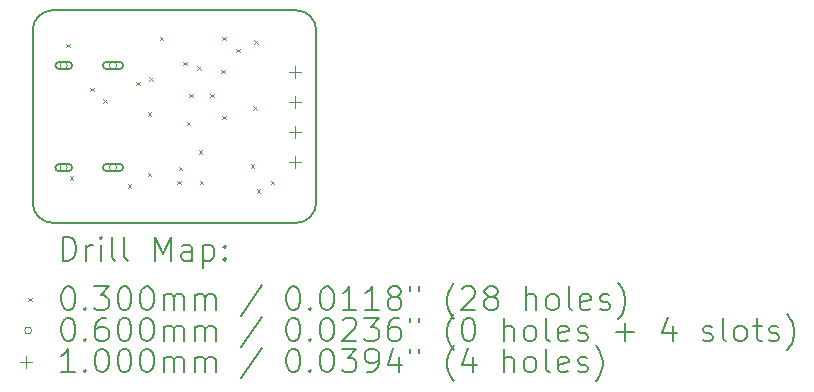
<source format=gbr>
%TF.GenerationSoftware,KiCad,Pcbnew,7.0.8-7.0.8~ubuntu22.04.1*%
%TF.CreationDate,2023-10-30T09:28:17+01:00*%
%TF.ProjectId,usb2serial-autovtg,75736232-7365-4726-9961-6c2d6175746f,rev?*%
%TF.SameCoordinates,Original*%
%TF.FileFunction,Drillmap*%
%TF.FilePolarity,Positive*%
%FSLAX45Y45*%
G04 Gerber Fmt 4.5, Leading zero omitted, Abs format (unit mm)*
G04 Created by KiCad (PCBNEW 7.0.8-7.0.8~ubuntu22.04.1) date 2023-10-30 09:28:17*
%MOMM*%
%LPD*%
G01*
G04 APERTURE LIST*
%ADD10C,0.150000*%
%ADD11C,0.200000*%
%ADD12C,0.030000*%
%ADD13C,0.060000*%
%ADD14C,0.100000*%
G04 APERTURE END LIST*
D10*
X15630000Y-8600000D02*
X13570000Y-8600000D01*
X13570000Y-6800000D02*
X15630000Y-6800000D01*
X15630000Y-8600000D02*
G75*
G03*
X15800000Y-8430000I0J170000D01*
G01*
X13400000Y-8430000D02*
X13400000Y-6970000D01*
X13570000Y-6800000D02*
G75*
G03*
X13400000Y-6970000I0J-170000D01*
G01*
X15800000Y-6970000D02*
G75*
G03*
X15630000Y-6800000I-170000J0D01*
G01*
X13400000Y-8430000D02*
G75*
G03*
X13570000Y-8600000I170000J0D01*
G01*
X15800000Y-6970000D02*
X15800000Y-8430000D01*
D11*
D12*
X13685000Y-7085000D02*
X13715000Y-7115000D01*
X13715000Y-7085000D02*
X13685000Y-7115000D01*
X13715000Y-8205000D02*
X13745000Y-8235000D01*
X13745000Y-8205000D02*
X13715000Y-8235000D01*
X13885000Y-7455000D02*
X13915000Y-7485000D01*
X13915000Y-7455000D02*
X13885000Y-7485000D01*
X13995000Y-7555000D02*
X14025000Y-7585000D01*
X14025000Y-7555000D02*
X13995000Y-7585000D01*
X14205000Y-8275000D02*
X14235000Y-8305000D01*
X14235000Y-8275000D02*
X14205000Y-8305000D01*
X14275000Y-7405000D02*
X14305000Y-7435000D01*
X14305000Y-7405000D02*
X14275000Y-7435000D01*
X14375000Y-7665000D02*
X14405000Y-7695000D01*
X14405000Y-7665000D02*
X14375000Y-7695000D01*
X14375000Y-8175000D02*
X14405000Y-8205000D01*
X14405000Y-8175000D02*
X14375000Y-8205000D01*
X14385000Y-7365000D02*
X14415000Y-7395000D01*
X14415000Y-7365000D02*
X14385000Y-7395000D01*
X14475000Y-7025000D02*
X14505000Y-7055000D01*
X14505000Y-7025000D02*
X14475000Y-7055000D01*
X14625000Y-8245000D02*
X14655000Y-8275000D01*
X14655000Y-8245000D02*
X14625000Y-8275000D01*
X14635000Y-8124850D02*
X14665000Y-8154850D01*
X14665000Y-8124850D02*
X14635000Y-8154850D01*
X14675000Y-7235000D02*
X14705000Y-7265000D01*
X14705000Y-7235000D02*
X14675000Y-7265000D01*
X14705000Y-7745000D02*
X14735000Y-7775000D01*
X14735000Y-7745000D02*
X14705000Y-7775000D01*
X14725000Y-7505000D02*
X14755000Y-7535000D01*
X14755000Y-7505000D02*
X14725000Y-7535000D01*
X14795000Y-7275000D02*
X14825000Y-7305000D01*
X14825000Y-7275000D02*
X14795000Y-7305000D01*
X14805000Y-7985000D02*
X14835000Y-8015000D01*
X14835000Y-7985000D02*
X14805000Y-8015000D01*
X14815000Y-8245000D02*
X14845000Y-8275000D01*
X14845000Y-8245000D02*
X14815000Y-8275000D01*
X14905000Y-7505000D02*
X14935000Y-7535000D01*
X14935000Y-7505000D02*
X14905000Y-7535000D01*
X14995000Y-7305000D02*
X15025000Y-7335000D01*
X15025000Y-7305000D02*
X14995000Y-7335000D01*
X15005000Y-7025000D02*
X15035000Y-7055000D01*
X15035000Y-7025000D02*
X15005000Y-7055000D01*
X15005000Y-7695000D02*
X15035000Y-7725000D01*
X15035000Y-7695000D02*
X15005000Y-7725000D01*
X15125000Y-7125000D02*
X15155000Y-7155000D01*
X15155000Y-7125000D02*
X15125000Y-7155000D01*
X15245000Y-8105000D02*
X15275000Y-8135000D01*
X15275000Y-8105000D02*
X15245000Y-8135000D01*
X15265000Y-7615000D02*
X15295000Y-7645000D01*
X15295000Y-7615000D02*
X15265000Y-7645000D01*
X15275000Y-7055000D02*
X15305000Y-7085000D01*
X15305000Y-7055000D02*
X15275000Y-7085000D01*
X15295000Y-8315000D02*
X15325000Y-8345000D01*
X15325000Y-8315000D02*
X15295000Y-8345000D01*
X15415000Y-8245000D02*
X15445000Y-8275000D01*
X15445000Y-8245000D02*
X15415000Y-8275000D01*
D13*
X13692500Y-7268000D02*
G75*
G03*
X13692500Y-7268000I-30000J0D01*
G01*
D11*
X13702500Y-7238000D02*
X13622500Y-7238000D01*
X13622500Y-7238000D02*
G75*
G03*
X13622500Y-7298000I0J-30000D01*
G01*
X13622500Y-7298000D02*
X13702500Y-7298000D01*
X13702500Y-7298000D02*
G75*
G03*
X13702500Y-7238000I0J30000D01*
G01*
D13*
X13692500Y-8132000D02*
G75*
G03*
X13692500Y-8132000I-30000J0D01*
G01*
D11*
X13702500Y-8102000D02*
X13622500Y-8102000D01*
X13622500Y-8102000D02*
G75*
G03*
X13622500Y-8162000I0J-30000D01*
G01*
X13622500Y-8162000D02*
X13702500Y-8162000D01*
X13702500Y-8162000D02*
G75*
G03*
X13702500Y-8102000I0J30000D01*
G01*
D13*
X14110500Y-7268000D02*
G75*
G03*
X14110500Y-7268000I-30000J0D01*
G01*
D11*
X14135500Y-7238000D02*
X14025500Y-7238000D01*
X14025500Y-7238000D02*
G75*
G03*
X14025500Y-7298000I0J-30000D01*
G01*
X14025500Y-7298000D02*
X14135500Y-7298000D01*
X14135500Y-7298000D02*
G75*
G03*
X14135500Y-7238000I0J30000D01*
G01*
D13*
X14110500Y-8132000D02*
G75*
G03*
X14110500Y-8132000I-30000J0D01*
G01*
D11*
X14135500Y-8102000D02*
X14025500Y-8102000D01*
X14025500Y-8102000D02*
G75*
G03*
X14025500Y-8162000I0J-30000D01*
G01*
X14025500Y-8162000D02*
X14135500Y-8162000D01*
X14135500Y-8162000D02*
G75*
G03*
X14135500Y-8102000I0J30000D01*
G01*
D14*
X15620000Y-7270000D02*
X15620000Y-7370000D01*
X15570000Y-7320000D02*
X15670000Y-7320000D01*
X15620000Y-7524000D02*
X15620000Y-7624000D01*
X15570000Y-7574000D02*
X15670000Y-7574000D01*
X15620000Y-7778000D02*
X15620000Y-7878000D01*
X15570000Y-7828000D02*
X15670000Y-7828000D01*
X15620000Y-8032000D02*
X15620000Y-8132000D01*
X15570000Y-8082000D02*
X15670000Y-8082000D01*
D11*
X13653277Y-8918984D02*
X13653277Y-8718984D01*
X13653277Y-8718984D02*
X13700896Y-8718984D01*
X13700896Y-8718984D02*
X13729467Y-8728508D01*
X13729467Y-8728508D02*
X13748515Y-8747555D01*
X13748515Y-8747555D02*
X13758039Y-8766603D01*
X13758039Y-8766603D02*
X13767562Y-8804698D01*
X13767562Y-8804698D02*
X13767562Y-8833270D01*
X13767562Y-8833270D02*
X13758039Y-8871365D01*
X13758039Y-8871365D02*
X13748515Y-8890412D01*
X13748515Y-8890412D02*
X13729467Y-8909460D01*
X13729467Y-8909460D02*
X13700896Y-8918984D01*
X13700896Y-8918984D02*
X13653277Y-8918984D01*
X13853277Y-8918984D02*
X13853277Y-8785650D01*
X13853277Y-8823746D02*
X13862801Y-8804698D01*
X13862801Y-8804698D02*
X13872324Y-8795174D01*
X13872324Y-8795174D02*
X13891372Y-8785650D01*
X13891372Y-8785650D02*
X13910420Y-8785650D01*
X13977086Y-8918984D02*
X13977086Y-8785650D01*
X13977086Y-8718984D02*
X13967562Y-8728508D01*
X13967562Y-8728508D02*
X13977086Y-8738031D01*
X13977086Y-8738031D02*
X13986610Y-8728508D01*
X13986610Y-8728508D02*
X13977086Y-8718984D01*
X13977086Y-8718984D02*
X13977086Y-8738031D01*
X14100896Y-8918984D02*
X14081848Y-8909460D01*
X14081848Y-8909460D02*
X14072324Y-8890412D01*
X14072324Y-8890412D02*
X14072324Y-8718984D01*
X14205658Y-8918984D02*
X14186610Y-8909460D01*
X14186610Y-8909460D02*
X14177086Y-8890412D01*
X14177086Y-8890412D02*
X14177086Y-8718984D01*
X14434229Y-8918984D02*
X14434229Y-8718984D01*
X14434229Y-8718984D02*
X14500896Y-8861841D01*
X14500896Y-8861841D02*
X14567562Y-8718984D01*
X14567562Y-8718984D02*
X14567562Y-8918984D01*
X14748515Y-8918984D02*
X14748515Y-8814222D01*
X14748515Y-8814222D02*
X14738991Y-8795174D01*
X14738991Y-8795174D02*
X14719943Y-8785650D01*
X14719943Y-8785650D02*
X14681848Y-8785650D01*
X14681848Y-8785650D02*
X14662801Y-8795174D01*
X14748515Y-8909460D02*
X14729467Y-8918984D01*
X14729467Y-8918984D02*
X14681848Y-8918984D01*
X14681848Y-8918984D02*
X14662801Y-8909460D01*
X14662801Y-8909460D02*
X14653277Y-8890412D01*
X14653277Y-8890412D02*
X14653277Y-8871365D01*
X14653277Y-8871365D02*
X14662801Y-8852317D01*
X14662801Y-8852317D02*
X14681848Y-8842793D01*
X14681848Y-8842793D02*
X14729467Y-8842793D01*
X14729467Y-8842793D02*
X14748515Y-8833270D01*
X14843753Y-8785650D02*
X14843753Y-8985650D01*
X14843753Y-8795174D02*
X14862801Y-8785650D01*
X14862801Y-8785650D02*
X14900896Y-8785650D01*
X14900896Y-8785650D02*
X14919943Y-8795174D01*
X14919943Y-8795174D02*
X14929467Y-8804698D01*
X14929467Y-8804698D02*
X14938991Y-8823746D01*
X14938991Y-8823746D02*
X14938991Y-8880889D01*
X14938991Y-8880889D02*
X14929467Y-8899936D01*
X14929467Y-8899936D02*
X14919943Y-8909460D01*
X14919943Y-8909460D02*
X14900896Y-8918984D01*
X14900896Y-8918984D02*
X14862801Y-8918984D01*
X14862801Y-8918984D02*
X14843753Y-8909460D01*
X15024705Y-8899936D02*
X15034229Y-8909460D01*
X15034229Y-8909460D02*
X15024705Y-8918984D01*
X15024705Y-8918984D02*
X15015182Y-8909460D01*
X15015182Y-8909460D02*
X15024705Y-8899936D01*
X15024705Y-8899936D02*
X15024705Y-8918984D01*
X15024705Y-8795174D02*
X15034229Y-8804698D01*
X15034229Y-8804698D02*
X15024705Y-8814222D01*
X15024705Y-8814222D02*
X15015182Y-8804698D01*
X15015182Y-8804698D02*
X15024705Y-8795174D01*
X15024705Y-8795174D02*
X15024705Y-8814222D01*
D12*
X13362500Y-9232500D02*
X13392500Y-9262500D01*
X13392500Y-9232500D02*
X13362500Y-9262500D01*
D11*
X13691372Y-9138984D02*
X13710420Y-9138984D01*
X13710420Y-9138984D02*
X13729467Y-9148508D01*
X13729467Y-9148508D02*
X13738991Y-9158031D01*
X13738991Y-9158031D02*
X13748515Y-9177079D01*
X13748515Y-9177079D02*
X13758039Y-9215174D01*
X13758039Y-9215174D02*
X13758039Y-9262793D01*
X13758039Y-9262793D02*
X13748515Y-9300889D01*
X13748515Y-9300889D02*
X13738991Y-9319936D01*
X13738991Y-9319936D02*
X13729467Y-9329460D01*
X13729467Y-9329460D02*
X13710420Y-9338984D01*
X13710420Y-9338984D02*
X13691372Y-9338984D01*
X13691372Y-9338984D02*
X13672324Y-9329460D01*
X13672324Y-9329460D02*
X13662801Y-9319936D01*
X13662801Y-9319936D02*
X13653277Y-9300889D01*
X13653277Y-9300889D02*
X13643753Y-9262793D01*
X13643753Y-9262793D02*
X13643753Y-9215174D01*
X13643753Y-9215174D02*
X13653277Y-9177079D01*
X13653277Y-9177079D02*
X13662801Y-9158031D01*
X13662801Y-9158031D02*
X13672324Y-9148508D01*
X13672324Y-9148508D02*
X13691372Y-9138984D01*
X13843753Y-9319936D02*
X13853277Y-9329460D01*
X13853277Y-9329460D02*
X13843753Y-9338984D01*
X13843753Y-9338984D02*
X13834229Y-9329460D01*
X13834229Y-9329460D02*
X13843753Y-9319936D01*
X13843753Y-9319936D02*
X13843753Y-9338984D01*
X13919943Y-9138984D02*
X14043753Y-9138984D01*
X14043753Y-9138984D02*
X13977086Y-9215174D01*
X13977086Y-9215174D02*
X14005658Y-9215174D01*
X14005658Y-9215174D02*
X14024705Y-9224698D01*
X14024705Y-9224698D02*
X14034229Y-9234222D01*
X14034229Y-9234222D02*
X14043753Y-9253270D01*
X14043753Y-9253270D02*
X14043753Y-9300889D01*
X14043753Y-9300889D02*
X14034229Y-9319936D01*
X14034229Y-9319936D02*
X14024705Y-9329460D01*
X14024705Y-9329460D02*
X14005658Y-9338984D01*
X14005658Y-9338984D02*
X13948515Y-9338984D01*
X13948515Y-9338984D02*
X13929467Y-9329460D01*
X13929467Y-9329460D02*
X13919943Y-9319936D01*
X14167562Y-9138984D02*
X14186610Y-9138984D01*
X14186610Y-9138984D02*
X14205658Y-9148508D01*
X14205658Y-9148508D02*
X14215182Y-9158031D01*
X14215182Y-9158031D02*
X14224705Y-9177079D01*
X14224705Y-9177079D02*
X14234229Y-9215174D01*
X14234229Y-9215174D02*
X14234229Y-9262793D01*
X14234229Y-9262793D02*
X14224705Y-9300889D01*
X14224705Y-9300889D02*
X14215182Y-9319936D01*
X14215182Y-9319936D02*
X14205658Y-9329460D01*
X14205658Y-9329460D02*
X14186610Y-9338984D01*
X14186610Y-9338984D02*
X14167562Y-9338984D01*
X14167562Y-9338984D02*
X14148515Y-9329460D01*
X14148515Y-9329460D02*
X14138991Y-9319936D01*
X14138991Y-9319936D02*
X14129467Y-9300889D01*
X14129467Y-9300889D02*
X14119943Y-9262793D01*
X14119943Y-9262793D02*
X14119943Y-9215174D01*
X14119943Y-9215174D02*
X14129467Y-9177079D01*
X14129467Y-9177079D02*
X14138991Y-9158031D01*
X14138991Y-9158031D02*
X14148515Y-9148508D01*
X14148515Y-9148508D02*
X14167562Y-9138984D01*
X14358039Y-9138984D02*
X14377086Y-9138984D01*
X14377086Y-9138984D02*
X14396134Y-9148508D01*
X14396134Y-9148508D02*
X14405658Y-9158031D01*
X14405658Y-9158031D02*
X14415182Y-9177079D01*
X14415182Y-9177079D02*
X14424705Y-9215174D01*
X14424705Y-9215174D02*
X14424705Y-9262793D01*
X14424705Y-9262793D02*
X14415182Y-9300889D01*
X14415182Y-9300889D02*
X14405658Y-9319936D01*
X14405658Y-9319936D02*
X14396134Y-9329460D01*
X14396134Y-9329460D02*
X14377086Y-9338984D01*
X14377086Y-9338984D02*
X14358039Y-9338984D01*
X14358039Y-9338984D02*
X14338991Y-9329460D01*
X14338991Y-9329460D02*
X14329467Y-9319936D01*
X14329467Y-9319936D02*
X14319943Y-9300889D01*
X14319943Y-9300889D02*
X14310420Y-9262793D01*
X14310420Y-9262793D02*
X14310420Y-9215174D01*
X14310420Y-9215174D02*
X14319943Y-9177079D01*
X14319943Y-9177079D02*
X14329467Y-9158031D01*
X14329467Y-9158031D02*
X14338991Y-9148508D01*
X14338991Y-9148508D02*
X14358039Y-9138984D01*
X14510420Y-9338984D02*
X14510420Y-9205650D01*
X14510420Y-9224698D02*
X14519943Y-9215174D01*
X14519943Y-9215174D02*
X14538991Y-9205650D01*
X14538991Y-9205650D02*
X14567563Y-9205650D01*
X14567563Y-9205650D02*
X14586610Y-9215174D01*
X14586610Y-9215174D02*
X14596134Y-9234222D01*
X14596134Y-9234222D02*
X14596134Y-9338984D01*
X14596134Y-9234222D02*
X14605658Y-9215174D01*
X14605658Y-9215174D02*
X14624705Y-9205650D01*
X14624705Y-9205650D02*
X14653277Y-9205650D01*
X14653277Y-9205650D02*
X14672324Y-9215174D01*
X14672324Y-9215174D02*
X14681848Y-9234222D01*
X14681848Y-9234222D02*
X14681848Y-9338984D01*
X14777086Y-9338984D02*
X14777086Y-9205650D01*
X14777086Y-9224698D02*
X14786610Y-9215174D01*
X14786610Y-9215174D02*
X14805658Y-9205650D01*
X14805658Y-9205650D02*
X14834229Y-9205650D01*
X14834229Y-9205650D02*
X14853277Y-9215174D01*
X14853277Y-9215174D02*
X14862801Y-9234222D01*
X14862801Y-9234222D02*
X14862801Y-9338984D01*
X14862801Y-9234222D02*
X14872324Y-9215174D01*
X14872324Y-9215174D02*
X14891372Y-9205650D01*
X14891372Y-9205650D02*
X14919943Y-9205650D01*
X14919943Y-9205650D02*
X14938991Y-9215174D01*
X14938991Y-9215174D02*
X14948515Y-9234222D01*
X14948515Y-9234222D02*
X14948515Y-9338984D01*
X15338991Y-9129460D02*
X15167563Y-9386603D01*
X15596134Y-9138984D02*
X15615182Y-9138984D01*
X15615182Y-9138984D02*
X15634229Y-9148508D01*
X15634229Y-9148508D02*
X15643753Y-9158031D01*
X15643753Y-9158031D02*
X15653277Y-9177079D01*
X15653277Y-9177079D02*
X15662801Y-9215174D01*
X15662801Y-9215174D02*
X15662801Y-9262793D01*
X15662801Y-9262793D02*
X15653277Y-9300889D01*
X15653277Y-9300889D02*
X15643753Y-9319936D01*
X15643753Y-9319936D02*
X15634229Y-9329460D01*
X15634229Y-9329460D02*
X15615182Y-9338984D01*
X15615182Y-9338984D02*
X15596134Y-9338984D01*
X15596134Y-9338984D02*
X15577086Y-9329460D01*
X15577086Y-9329460D02*
X15567563Y-9319936D01*
X15567563Y-9319936D02*
X15558039Y-9300889D01*
X15558039Y-9300889D02*
X15548515Y-9262793D01*
X15548515Y-9262793D02*
X15548515Y-9215174D01*
X15548515Y-9215174D02*
X15558039Y-9177079D01*
X15558039Y-9177079D02*
X15567563Y-9158031D01*
X15567563Y-9158031D02*
X15577086Y-9148508D01*
X15577086Y-9148508D02*
X15596134Y-9138984D01*
X15748515Y-9319936D02*
X15758039Y-9329460D01*
X15758039Y-9329460D02*
X15748515Y-9338984D01*
X15748515Y-9338984D02*
X15738991Y-9329460D01*
X15738991Y-9329460D02*
X15748515Y-9319936D01*
X15748515Y-9319936D02*
X15748515Y-9338984D01*
X15881848Y-9138984D02*
X15900896Y-9138984D01*
X15900896Y-9138984D02*
X15919944Y-9148508D01*
X15919944Y-9148508D02*
X15929467Y-9158031D01*
X15929467Y-9158031D02*
X15938991Y-9177079D01*
X15938991Y-9177079D02*
X15948515Y-9215174D01*
X15948515Y-9215174D02*
X15948515Y-9262793D01*
X15948515Y-9262793D02*
X15938991Y-9300889D01*
X15938991Y-9300889D02*
X15929467Y-9319936D01*
X15929467Y-9319936D02*
X15919944Y-9329460D01*
X15919944Y-9329460D02*
X15900896Y-9338984D01*
X15900896Y-9338984D02*
X15881848Y-9338984D01*
X15881848Y-9338984D02*
X15862801Y-9329460D01*
X15862801Y-9329460D02*
X15853277Y-9319936D01*
X15853277Y-9319936D02*
X15843753Y-9300889D01*
X15843753Y-9300889D02*
X15834229Y-9262793D01*
X15834229Y-9262793D02*
X15834229Y-9215174D01*
X15834229Y-9215174D02*
X15843753Y-9177079D01*
X15843753Y-9177079D02*
X15853277Y-9158031D01*
X15853277Y-9158031D02*
X15862801Y-9148508D01*
X15862801Y-9148508D02*
X15881848Y-9138984D01*
X16138991Y-9338984D02*
X16024706Y-9338984D01*
X16081848Y-9338984D02*
X16081848Y-9138984D01*
X16081848Y-9138984D02*
X16062801Y-9167555D01*
X16062801Y-9167555D02*
X16043753Y-9186603D01*
X16043753Y-9186603D02*
X16024706Y-9196127D01*
X16329467Y-9338984D02*
X16215182Y-9338984D01*
X16272325Y-9338984D02*
X16272325Y-9138984D01*
X16272325Y-9138984D02*
X16253277Y-9167555D01*
X16253277Y-9167555D02*
X16234229Y-9186603D01*
X16234229Y-9186603D02*
X16215182Y-9196127D01*
X16443753Y-9224698D02*
X16424706Y-9215174D01*
X16424706Y-9215174D02*
X16415182Y-9205650D01*
X16415182Y-9205650D02*
X16405658Y-9186603D01*
X16405658Y-9186603D02*
X16405658Y-9177079D01*
X16405658Y-9177079D02*
X16415182Y-9158031D01*
X16415182Y-9158031D02*
X16424706Y-9148508D01*
X16424706Y-9148508D02*
X16443753Y-9138984D01*
X16443753Y-9138984D02*
X16481848Y-9138984D01*
X16481848Y-9138984D02*
X16500896Y-9148508D01*
X16500896Y-9148508D02*
X16510420Y-9158031D01*
X16510420Y-9158031D02*
X16519944Y-9177079D01*
X16519944Y-9177079D02*
X16519944Y-9186603D01*
X16519944Y-9186603D02*
X16510420Y-9205650D01*
X16510420Y-9205650D02*
X16500896Y-9215174D01*
X16500896Y-9215174D02*
X16481848Y-9224698D01*
X16481848Y-9224698D02*
X16443753Y-9224698D01*
X16443753Y-9224698D02*
X16424706Y-9234222D01*
X16424706Y-9234222D02*
X16415182Y-9243746D01*
X16415182Y-9243746D02*
X16405658Y-9262793D01*
X16405658Y-9262793D02*
X16405658Y-9300889D01*
X16405658Y-9300889D02*
X16415182Y-9319936D01*
X16415182Y-9319936D02*
X16424706Y-9329460D01*
X16424706Y-9329460D02*
X16443753Y-9338984D01*
X16443753Y-9338984D02*
X16481848Y-9338984D01*
X16481848Y-9338984D02*
X16500896Y-9329460D01*
X16500896Y-9329460D02*
X16510420Y-9319936D01*
X16510420Y-9319936D02*
X16519944Y-9300889D01*
X16519944Y-9300889D02*
X16519944Y-9262793D01*
X16519944Y-9262793D02*
X16510420Y-9243746D01*
X16510420Y-9243746D02*
X16500896Y-9234222D01*
X16500896Y-9234222D02*
X16481848Y-9224698D01*
X16596134Y-9138984D02*
X16596134Y-9177079D01*
X16672325Y-9138984D02*
X16672325Y-9177079D01*
X16967563Y-9415174D02*
X16958039Y-9405650D01*
X16958039Y-9405650D02*
X16938991Y-9377079D01*
X16938991Y-9377079D02*
X16929468Y-9358031D01*
X16929468Y-9358031D02*
X16919944Y-9329460D01*
X16919944Y-9329460D02*
X16910420Y-9281841D01*
X16910420Y-9281841D02*
X16910420Y-9243746D01*
X16910420Y-9243746D02*
X16919944Y-9196127D01*
X16919944Y-9196127D02*
X16929468Y-9167555D01*
X16929468Y-9167555D02*
X16938991Y-9148508D01*
X16938991Y-9148508D02*
X16958039Y-9119936D01*
X16958039Y-9119936D02*
X16967563Y-9110412D01*
X17034230Y-9158031D02*
X17043753Y-9148508D01*
X17043753Y-9148508D02*
X17062801Y-9138984D01*
X17062801Y-9138984D02*
X17110420Y-9138984D01*
X17110420Y-9138984D02*
X17129468Y-9148508D01*
X17129468Y-9148508D02*
X17138991Y-9158031D01*
X17138991Y-9158031D02*
X17148515Y-9177079D01*
X17148515Y-9177079D02*
X17148515Y-9196127D01*
X17148515Y-9196127D02*
X17138991Y-9224698D01*
X17138991Y-9224698D02*
X17024706Y-9338984D01*
X17024706Y-9338984D02*
X17148515Y-9338984D01*
X17262801Y-9224698D02*
X17243753Y-9215174D01*
X17243753Y-9215174D02*
X17234230Y-9205650D01*
X17234230Y-9205650D02*
X17224706Y-9186603D01*
X17224706Y-9186603D02*
X17224706Y-9177079D01*
X17224706Y-9177079D02*
X17234230Y-9158031D01*
X17234230Y-9158031D02*
X17243753Y-9148508D01*
X17243753Y-9148508D02*
X17262801Y-9138984D01*
X17262801Y-9138984D02*
X17300896Y-9138984D01*
X17300896Y-9138984D02*
X17319944Y-9148508D01*
X17319944Y-9148508D02*
X17329468Y-9158031D01*
X17329468Y-9158031D02*
X17338991Y-9177079D01*
X17338991Y-9177079D02*
X17338991Y-9186603D01*
X17338991Y-9186603D02*
X17329468Y-9205650D01*
X17329468Y-9205650D02*
X17319944Y-9215174D01*
X17319944Y-9215174D02*
X17300896Y-9224698D01*
X17300896Y-9224698D02*
X17262801Y-9224698D01*
X17262801Y-9224698D02*
X17243753Y-9234222D01*
X17243753Y-9234222D02*
X17234230Y-9243746D01*
X17234230Y-9243746D02*
X17224706Y-9262793D01*
X17224706Y-9262793D02*
X17224706Y-9300889D01*
X17224706Y-9300889D02*
X17234230Y-9319936D01*
X17234230Y-9319936D02*
X17243753Y-9329460D01*
X17243753Y-9329460D02*
X17262801Y-9338984D01*
X17262801Y-9338984D02*
X17300896Y-9338984D01*
X17300896Y-9338984D02*
X17319944Y-9329460D01*
X17319944Y-9329460D02*
X17329468Y-9319936D01*
X17329468Y-9319936D02*
X17338991Y-9300889D01*
X17338991Y-9300889D02*
X17338991Y-9262793D01*
X17338991Y-9262793D02*
X17329468Y-9243746D01*
X17329468Y-9243746D02*
X17319944Y-9234222D01*
X17319944Y-9234222D02*
X17300896Y-9224698D01*
X17577087Y-9338984D02*
X17577087Y-9138984D01*
X17662801Y-9338984D02*
X17662801Y-9234222D01*
X17662801Y-9234222D02*
X17653277Y-9215174D01*
X17653277Y-9215174D02*
X17634230Y-9205650D01*
X17634230Y-9205650D02*
X17605658Y-9205650D01*
X17605658Y-9205650D02*
X17586611Y-9215174D01*
X17586611Y-9215174D02*
X17577087Y-9224698D01*
X17786611Y-9338984D02*
X17767563Y-9329460D01*
X17767563Y-9329460D02*
X17758039Y-9319936D01*
X17758039Y-9319936D02*
X17748515Y-9300889D01*
X17748515Y-9300889D02*
X17748515Y-9243746D01*
X17748515Y-9243746D02*
X17758039Y-9224698D01*
X17758039Y-9224698D02*
X17767563Y-9215174D01*
X17767563Y-9215174D02*
X17786611Y-9205650D01*
X17786611Y-9205650D02*
X17815182Y-9205650D01*
X17815182Y-9205650D02*
X17834230Y-9215174D01*
X17834230Y-9215174D02*
X17843753Y-9224698D01*
X17843753Y-9224698D02*
X17853277Y-9243746D01*
X17853277Y-9243746D02*
X17853277Y-9300889D01*
X17853277Y-9300889D02*
X17843753Y-9319936D01*
X17843753Y-9319936D02*
X17834230Y-9329460D01*
X17834230Y-9329460D02*
X17815182Y-9338984D01*
X17815182Y-9338984D02*
X17786611Y-9338984D01*
X17967563Y-9338984D02*
X17948515Y-9329460D01*
X17948515Y-9329460D02*
X17938992Y-9310412D01*
X17938992Y-9310412D02*
X17938992Y-9138984D01*
X18119944Y-9329460D02*
X18100896Y-9338984D01*
X18100896Y-9338984D02*
X18062801Y-9338984D01*
X18062801Y-9338984D02*
X18043753Y-9329460D01*
X18043753Y-9329460D02*
X18034230Y-9310412D01*
X18034230Y-9310412D02*
X18034230Y-9234222D01*
X18034230Y-9234222D02*
X18043753Y-9215174D01*
X18043753Y-9215174D02*
X18062801Y-9205650D01*
X18062801Y-9205650D02*
X18100896Y-9205650D01*
X18100896Y-9205650D02*
X18119944Y-9215174D01*
X18119944Y-9215174D02*
X18129468Y-9234222D01*
X18129468Y-9234222D02*
X18129468Y-9253270D01*
X18129468Y-9253270D02*
X18034230Y-9272317D01*
X18205658Y-9329460D02*
X18224706Y-9338984D01*
X18224706Y-9338984D02*
X18262801Y-9338984D01*
X18262801Y-9338984D02*
X18281849Y-9329460D01*
X18281849Y-9329460D02*
X18291373Y-9310412D01*
X18291373Y-9310412D02*
X18291373Y-9300889D01*
X18291373Y-9300889D02*
X18281849Y-9281841D01*
X18281849Y-9281841D02*
X18262801Y-9272317D01*
X18262801Y-9272317D02*
X18234230Y-9272317D01*
X18234230Y-9272317D02*
X18215182Y-9262793D01*
X18215182Y-9262793D02*
X18205658Y-9243746D01*
X18205658Y-9243746D02*
X18205658Y-9234222D01*
X18205658Y-9234222D02*
X18215182Y-9215174D01*
X18215182Y-9215174D02*
X18234230Y-9205650D01*
X18234230Y-9205650D02*
X18262801Y-9205650D01*
X18262801Y-9205650D02*
X18281849Y-9215174D01*
X18358039Y-9415174D02*
X18367563Y-9405650D01*
X18367563Y-9405650D02*
X18386611Y-9377079D01*
X18386611Y-9377079D02*
X18396134Y-9358031D01*
X18396134Y-9358031D02*
X18405658Y-9329460D01*
X18405658Y-9329460D02*
X18415182Y-9281841D01*
X18415182Y-9281841D02*
X18415182Y-9243746D01*
X18415182Y-9243746D02*
X18405658Y-9196127D01*
X18405658Y-9196127D02*
X18396134Y-9167555D01*
X18396134Y-9167555D02*
X18386611Y-9148508D01*
X18386611Y-9148508D02*
X18367563Y-9119936D01*
X18367563Y-9119936D02*
X18358039Y-9110412D01*
D13*
X13392500Y-9511500D02*
G75*
G03*
X13392500Y-9511500I-30000J0D01*
G01*
D11*
X13691372Y-9402984D02*
X13710420Y-9402984D01*
X13710420Y-9402984D02*
X13729467Y-9412508D01*
X13729467Y-9412508D02*
X13738991Y-9422031D01*
X13738991Y-9422031D02*
X13748515Y-9441079D01*
X13748515Y-9441079D02*
X13758039Y-9479174D01*
X13758039Y-9479174D02*
X13758039Y-9526793D01*
X13758039Y-9526793D02*
X13748515Y-9564889D01*
X13748515Y-9564889D02*
X13738991Y-9583936D01*
X13738991Y-9583936D02*
X13729467Y-9593460D01*
X13729467Y-9593460D02*
X13710420Y-9602984D01*
X13710420Y-9602984D02*
X13691372Y-9602984D01*
X13691372Y-9602984D02*
X13672324Y-9593460D01*
X13672324Y-9593460D02*
X13662801Y-9583936D01*
X13662801Y-9583936D02*
X13653277Y-9564889D01*
X13653277Y-9564889D02*
X13643753Y-9526793D01*
X13643753Y-9526793D02*
X13643753Y-9479174D01*
X13643753Y-9479174D02*
X13653277Y-9441079D01*
X13653277Y-9441079D02*
X13662801Y-9422031D01*
X13662801Y-9422031D02*
X13672324Y-9412508D01*
X13672324Y-9412508D02*
X13691372Y-9402984D01*
X13843753Y-9583936D02*
X13853277Y-9593460D01*
X13853277Y-9593460D02*
X13843753Y-9602984D01*
X13843753Y-9602984D02*
X13834229Y-9593460D01*
X13834229Y-9593460D02*
X13843753Y-9583936D01*
X13843753Y-9583936D02*
X13843753Y-9602984D01*
X14024705Y-9402984D02*
X13986610Y-9402984D01*
X13986610Y-9402984D02*
X13967562Y-9412508D01*
X13967562Y-9412508D02*
X13958039Y-9422031D01*
X13958039Y-9422031D02*
X13938991Y-9450603D01*
X13938991Y-9450603D02*
X13929467Y-9488698D01*
X13929467Y-9488698D02*
X13929467Y-9564889D01*
X13929467Y-9564889D02*
X13938991Y-9583936D01*
X13938991Y-9583936D02*
X13948515Y-9593460D01*
X13948515Y-9593460D02*
X13967562Y-9602984D01*
X13967562Y-9602984D02*
X14005658Y-9602984D01*
X14005658Y-9602984D02*
X14024705Y-9593460D01*
X14024705Y-9593460D02*
X14034229Y-9583936D01*
X14034229Y-9583936D02*
X14043753Y-9564889D01*
X14043753Y-9564889D02*
X14043753Y-9517270D01*
X14043753Y-9517270D02*
X14034229Y-9498222D01*
X14034229Y-9498222D02*
X14024705Y-9488698D01*
X14024705Y-9488698D02*
X14005658Y-9479174D01*
X14005658Y-9479174D02*
X13967562Y-9479174D01*
X13967562Y-9479174D02*
X13948515Y-9488698D01*
X13948515Y-9488698D02*
X13938991Y-9498222D01*
X13938991Y-9498222D02*
X13929467Y-9517270D01*
X14167562Y-9402984D02*
X14186610Y-9402984D01*
X14186610Y-9402984D02*
X14205658Y-9412508D01*
X14205658Y-9412508D02*
X14215182Y-9422031D01*
X14215182Y-9422031D02*
X14224705Y-9441079D01*
X14224705Y-9441079D02*
X14234229Y-9479174D01*
X14234229Y-9479174D02*
X14234229Y-9526793D01*
X14234229Y-9526793D02*
X14224705Y-9564889D01*
X14224705Y-9564889D02*
X14215182Y-9583936D01*
X14215182Y-9583936D02*
X14205658Y-9593460D01*
X14205658Y-9593460D02*
X14186610Y-9602984D01*
X14186610Y-9602984D02*
X14167562Y-9602984D01*
X14167562Y-9602984D02*
X14148515Y-9593460D01*
X14148515Y-9593460D02*
X14138991Y-9583936D01*
X14138991Y-9583936D02*
X14129467Y-9564889D01*
X14129467Y-9564889D02*
X14119943Y-9526793D01*
X14119943Y-9526793D02*
X14119943Y-9479174D01*
X14119943Y-9479174D02*
X14129467Y-9441079D01*
X14129467Y-9441079D02*
X14138991Y-9422031D01*
X14138991Y-9422031D02*
X14148515Y-9412508D01*
X14148515Y-9412508D02*
X14167562Y-9402984D01*
X14358039Y-9402984D02*
X14377086Y-9402984D01*
X14377086Y-9402984D02*
X14396134Y-9412508D01*
X14396134Y-9412508D02*
X14405658Y-9422031D01*
X14405658Y-9422031D02*
X14415182Y-9441079D01*
X14415182Y-9441079D02*
X14424705Y-9479174D01*
X14424705Y-9479174D02*
X14424705Y-9526793D01*
X14424705Y-9526793D02*
X14415182Y-9564889D01*
X14415182Y-9564889D02*
X14405658Y-9583936D01*
X14405658Y-9583936D02*
X14396134Y-9593460D01*
X14396134Y-9593460D02*
X14377086Y-9602984D01*
X14377086Y-9602984D02*
X14358039Y-9602984D01*
X14358039Y-9602984D02*
X14338991Y-9593460D01*
X14338991Y-9593460D02*
X14329467Y-9583936D01*
X14329467Y-9583936D02*
X14319943Y-9564889D01*
X14319943Y-9564889D02*
X14310420Y-9526793D01*
X14310420Y-9526793D02*
X14310420Y-9479174D01*
X14310420Y-9479174D02*
X14319943Y-9441079D01*
X14319943Y-9441079D02*
X14329467Y-9422031D01*
X14329467Y-9422031D02*
X14338991Y-9412508D01*
X14338991Y-9412508D02*
X14358039Y-9402984D01*
X14510420Y-9602984D02*
X14510420Y-9469650D01*
X14510420Y-9488698D02*
X14519943Y-9479174D01*
X14519943Y-9479174D02*
X14538991Y-9469650D01*
X14538991Y-9469650D02*
X14567563Y-9469650D01*
X14567563Y-9469650D02*
X14586610Y-9479174D01*
X14586610Y-9479174D02*
X14596134Y-9498222D01*
X14596134Y-9498222D02*
X14596134Y-9602984D01*
X14596134Y-9498222D02*
X14605658Y-9479174D01*
X14605658Y-9479174D02*
X14624705Y-9469650D01*
X14624705Y-9469650D02*
X14653277Y-9469650D01*
X14653277Y-9469650D02*
X14672324Y-9479174D01*
X14672324Y-9479174D02*
X14681848Y-9498222D01*
X14681848Y-9498222D02*
X14681848Y-9602984D01*
X14777086Y-9602984D02*
X14777086Y-9469650D01*
X14777086Y-9488698D02*
X14786610Y-9479174D01*
X14786610Y-9479174D02*
X14805658Y-9469650D01*
X14805658Y-9469650D02*
X14834229Y-9469650D01*
X14834229Y-9469650D02*
X14853277Y-9479174D01*
X14853277Y-9479174D02*
X14862801Y-9498222D01*
X14862801Y-9498222D02*
X14862801Y-9602984D01*
X14862801Y-9498222D02*
X14872324Y-9479174D01*
X14872324Y-9479174D02*
X14891372Y-9469650D01*
X14891372Y-9469650D02*
X14919943Y-9469650D01*
X14919943Y-9469650D02*
X14938991Y-9479174D01*
X14938991Y-9479174D02*
X14948515Y-9498222D01*
X14948515Y-9498222D02*
X14948515Y-9602984D01*
X15338991Y-9393460D02*
X15167563Y-9650603D01*
X15596134Y-9402984D02*
X15615182Y-9402984D01*
X15615182Y-9402984D02*
X15634229Y-9412508D01*
X15634229Y-9412508D02*
X15643753Y-9422031D01*
X15643753Y-9422031D02*
X15653277Y-9441079D01*
X15653277Y-9441079D02*
X15662801Y-9479174D01*
X15662801Y-9479174D02*
X15662801Y-9526793D01*
X15662801Y-9526793D02*
X15653277Y-9564889D01*
X15653277Y-9564889D02*
X15643753Y-9583936D01*
X15643753Y-9583936D02*
X15634229Y-9593460D01*
X15634229Y-9593460D02*
X15615182Y-9602984D01*
X15615182Y-9602984D02*
X15596134Y-9602984D01*
X15596134Y-9602984D02*
X15577086Y-9593460D01*
X15577086Y-9593460D02*
X15567563Y-9583936D01*
X15567563Y-9583936D02*
X15558039Y-9564889D01*
X15558039Y-9564889D02*
X15548515Y-9526793D01*
X15548515Y-9526793D02*
X15548515Y-9479174D01*
X15548515Y-9479174D02*
X15558039Y-9441079D01*
X15558039Y-9441079D02*
X15567563Y-9422031D01*
X15567563Y-9422031D02*
X15577086Y-9412508D01*
X15577086Y-9412508D02*
X15596134Y-9402984D01*
X15748515Y-9583936D02*
X15758039Y-9593460D01*
X15758039Y-9593460D02*
X15748515Y-9602984D01*
X15748515Y-9602984D02*
X15738991Y-9593460D01*
X15738991Y-9593460D02*
X15748515Y-9583936D01*
X15748515Y-9583936D02*
X15748515Y-9602984D01*
X15881848Y-9402984D02*
X15900896Y-9402984D01*
X15900896Y-9402984D02*
X15919944Y-9412508D01*
X15919944Y-9412508D02*
X15929467Y-9422031D01*
X15929467Y-9422031D02*
X15938991Y-9441079D01*
X15938991Y-9441079D02*
X15948515Y-9479174D01*
X15948515Y-9479174D02*
X15948515Y-9526793D01*
X15948515Y-9526793D02*
X15938991Y-9564889D01*
X15938991Y-9564889D02*
X15929467Y-9583936D01*
X15929467Y-9583936D02*
X15919944Y-9593460D01*
X15919944Y-9593460D02*
X15900896Y-9602984D01*
X15900896Y-9602984D02*
X15881848Y-9602984D01*
X15881848Y-9602984D02*
X15862801Y-9593460D01*
X15862801Y-9593460D02*
X15853277Y-9583936D01*
X15853277Y-9583936D02*
X15843753Y-9564889D01*
X15843753Y-9564889D02*
X15834229Y-9526793D01*
X15834229Y-9526793D02*
X15834229Y-9479174D01*
X15834229Y-9479174D02*
X15843753Y-9441079D01*
X15843753Y-9441079D02*
X15853277Y-9422031D01*
X15853277Y-9422031D02*
X15862801Y-9412508D01*
X15862801Y-9412508D02*
X15881848Y-9402984D01*
X16024706Y-9422031D02*
X16034229Y-9412508D01*
X16034229Y-9412508D02*
X16053277Y-9402984D01*
X16053277Y-9402984D02*
X16100896Y-9402984D01*
X16100896Y-9402984D02*
X16119944Y-9412508D01*
X16119944Y-9412508D02*
X16129467Y-9422031D01*
X16129467Y-9422031D02*
X16138991Y-9441079D01*
X16138991Y-9441079D02*
X16138991Y-9460127D01*
X16138991Y-9460127D02*
X16129467Y-9488698D01*
X16129467Y-9488698D02*
X16015182Y-9602984D01*
X16015182Y-9602984D02*
X16138991Y-9602984D01*
X16205658Y-9402984D02*
X16329467Y-9402984D01*
X16329467Y-9402984D02*
X16262801Y-9479174D01*
X16262801Y-9479174D02*
X16291372Y-9479174D01*
X16291372Y-9479174D02*
X16310420Y-9488698D01*
X16310420Y-9488698D02*
X16319944Y-9498222D01*
X16319944Y-9498222D02*
X16329467Y-9517270D01*
X16329467Y-9517270D02*
X16329467Y-9564889D01*
X16329467Y-9564889D02*
X16319944Y-9583936D01*
X16319944Y-9583936D02*
X16310420Y-9593460D01*
X16310420Y-9593460D02*
X16291372Y-9602984D01*
X16291372Y-9602984D02*
X16234229Y-9602984D01*
X16234229Y-9602984D02*
X16215182Y-9593460D01*
X16215182Y-9593460D02*
X16205658Y-9583936D01*
X16500896Y-9402984D02*
X16462801Y-9402984D01*
X16462801Y-9402984D02*
X16443753Y-9412508D01*
X16443753Y-9412508D02*
X16434229Y-9422031D01*
X16434229Y-9422031D02*
X16415182Y-9450603D01*
X16415182Y-9450603D02*
X16405658Y-9488698D01*
X16405658Y-9488698D02*
X16405658Y-9564889D01*
X16405658Y-9564889D02*
X16415182Y-9583936D01*
X16415182Y-9583936D02*
X16424706Y-9593460D01*
X16424706Y-9593460D02*
X16443753Y-9602984D01*
X16443753Y-9602984D02*
X16481848Y-9602984D01*
X16481848Y-9602984D02*
X16500896Y-9593460D01*
X16500896Y-9593460D02*
X16510420Y-9583936D01*
X16510420Y-9583936D02*
X16519944Y-9564889D01*
X16519944Y-9564889D02*
X16519944Y-9517270D01*
X16519944Y-9517270D02*
X16510420Y-9498222D01*
X16510420Y-9498222D02*
X16500896Y-9488698D01*
X16500896Y-9488698D02*
X16481848Y-9479174D01*
X16481848Y-9479174D02*
X16443753Y-9479174D01*
X16443753Y-9479174D02*
X16424706Y-9488698D01*
X16424706Y-9488698D02*
X16415182Y-9498222D01*
X16415182Y-9498222D02*
X16405658Y-9517270D01*
X16596134Y-9402984D02*
X16596134Y-9441079D01*
X16672325Y-9402984D02*
X16672325Y-9441079D01*
X16967563Y-9679174D02*
X16958039Y-9669650D01*
X16958039Y-9669650D02*
X16938991Y-9641079D01*
X16938991Y-9641079D02*
X16929468Y-9622031D01*
X16929468Y-9622031D02*
X16919944Y-9593460D01*
X16919944Y-9593460D02*
X16910420Y-9545841D01*
X16910420Y-9545841D02*
X16910420Y-9507746D01*
X16910420Y-9507746D02*
X16919944Y-9460127D01*
X16919944Y-9460127D02*
X16929468Y-9431555D01*
X16929468Y-9431555D02*
X16938991Y-9412508D01*
X16938991Y-9412508D02*
X16958039Y-9383936D01*
X16958039Y-9383936D02*
X16967563Y-9374412D01*
X17081849Y-9402984D02*
X17100896Y-9402984D01*
X17100896Y-9402984D02*
X17119944Y-9412508D01*
X17119944Y-9412508D02*
X17129468Y-9422031D01*
X17129468Y-9422031D02*
X17138991Y-9441079D01*
X17138991Y-9441079D02*
X17148515Y-9479174D01*
X17148515Y-9479174D02*
X17148515Y-9526793D01*
X17148515Y-9526793D02*
X17138991Y-9564889D01*
X17138991Y-9564889D02*
X17129468Y-9583936D01*
X17129468Y-9583936D02*
X17119944Y-9593460D01*
X17119944Y-9593460D02*
X17100896Y-9602984D01*
X17100896Y-9602984D02*
X17081849Y-9602984D01*
X17081849Y-9602984D02*
X17062801Y-9593460D01*
X17062801Y-9593460D02*
X17053277Y-9583936D01*
X17053277Y-9583936D02*
X17043753Y-9564889D01*
X17043753Y-9564889D02*
X17034230Y-9526793D01*
X17034230Y-9526793D02*
X17034230Y-9479174D01*
X17034230Y-9479174D02*
X17043753Y-9441079D01*
X17043753Y-9441079D02*
X17053277Y-9422031D01*
X17053277Y-9422031D02*
X17062801Y-9412508D01*
X17062801Y-9412508D02*
X17081849Y-9402984D01*
X17386611Y-9602984D02*
X17386611Y-9402984D01*
X17472325Y-9602984D02*
X17472325Y-9498222D01*
X17472325Y-9498222D02*
X17462801Y-9479174D01*
X17462801Y-9479174D02*
X17443753Y-9469650D01*
X17443753Y-9469650D02*
X17415182Y-9469650D01*
X17415182Y-9469650D02*
X17396134Y-9479174D01*
X17396134Y-9479174D02*
X17386611Y-9488698D01*
X17596134Y-9602984D02*
X17577087Y-9593460D01*
X17577087Y-9593460D02*
X17567563Y-9583936D01*
X17567563Y-9583936D02*
X17558039Y-9564889D01*
X17558039Y-9564889D02*
X17558039Y-9507746D01*
X17558039Y-9507746D02*
X17567563Y-9488698D01*
X17567563Y-9488698D02*
X17577087Y-9479174D01*
X17577087Y-9479174D02*
X17596134Y-9469650D01*
X17596134Y-9469650D02*
X17624706Y-9469650D01*
X17624706Y-9469650D02*
X17643753Y-9479174D01*
X17643753Y-9479174D02*
X17653277Y-9488698D01*
X17653277Y-9488698D02*
X17662801Y-9507746D01*
X17662801Y-9507746D02*
X17662801Y-9564889D01*
X17662801Y-9564889D02*
X17653277Y-9583936D01*
X17653277Y-9583936D02*
X17643753Y-9593460D01*
X17643753Y-9593460D02*
X17624706Y-9602984D01*
X17624706Y-9602984D02*
X17596134Y-9602984D01*
X17777087Y-9602984D02*
X17758039Y-9593460D01*
X17758039Y-9593460D02*
X17748515Y-9574412D01*
X17748515Y-9574412D02*
X17748515Y-9402984D01*
X17929468Y-9593460D02*
X17910420Y-9602984D01*
X17910420Y-9602984D02*
X17872325Y-9602984D01*
X17872325Y-9602984D02*
X17853277Y-9593460D01*
X17853277Y-9593460D02*
X17843753Y-9574412D01*
X17843753Y-9574412D02*
X17843753Y-9498222D01*
X17843753Y-9498222D02*
X17853277Y-9479174D01*
X17853277Y-9479174D02*
X17872325Y-9469650D01*
X17872325Y-9469650D02*
X17910420Y-9469650D01*
X17910420Y-9469650D02*
X17929468Y-9479174D01*
X17929468Y-9479174D02*
X17938992Y-9498222D01*
X17938992Y-9498222D02*
X17938992Y-9517270D01*
X17938992Y-9517270D02*
X17843753Y-9536317D01*
X18015182Y-9593460D02*
X18034230Y-9602984D01*
X18034230Y-9602984D02*
X18072325Y-9602984D01*
X18072325Y-9602984D02*
X18091373Y-9593460D01*
X18091373Y-9593460D02*
X18100896Y-9574412D01*
X18100896Y-9574412D02*
X18100896Y-9564889D01*
X18100896Y-9564889D02*
X18091373Y-9545841D01*
X18091373Y-9545841D02*
X18072325Y-9536317D01*
X18072325Y-9536317D02*
X18043753Y-9536317D01*
X18043753Y-9536317D02*
X18024706Y-9526793D01*
X18024706Y-9526793D02*
X18015182Y-9507746D01*
X18015182Y-9507746D02*
X18015182Y-9498222D01*
X18015182Y-9498222D02*
X18024706Y-9479174D01*
X18024706Y-9479174D02*
X18043753Y-9469650D01*
X18043753Y-9469650D02*
X18072325Y-9469650D01*
X18072325Y-9469650D02*
X18091373Y-9479174D01*
X18338992Y-9526793D02*
X18491373Y-9526793D01*
X18415182Y-9602984D02*
X18415182Y-9450603D01*
X18824706Y-9469650D02*
X18824706Y-9602984D01*
X18777087Y-9393460D02*
X18729468Y-9536317D01*
X18729468Y-9536317D02*
X18853277Y-9536317D01*
X19072325Y-9593460D02*
X19091373Y-9602984D01*
X19091373Y-9602984D02*
X19129468Y-9602984D01*
X19129468Y-9602984D02*
X19148516Y-9593460D01*
X19148516Y-9593460D02*
X19158039Y-9574412D01*
X19158039Y-9574412D02*
X19158039Y-9564889D01*
X19158039Y-9564889D02*
X19148516Y-9545841D01*
X19148516Y-9545841D02*
X19129468Y-9536317D01*
X19129468Y-9536317D02*
X19100896Y-9536317D01*
X19100896Y-9536317D02*
X19081849Y-9526793D01*
X19081849Y-9526793D02*
X19072325Y-9507746D01*
X19072325Y-9507746D02*
X19072325Y-9498222D01*
X19072325Y-9498222D02*
X19081849Y-9479174D01*
X19081849Y-9479174D02*
X19100896Y-9469650D01*
X19100896Y-9469650D02*
X19129468Y-9469650D01*
X19129468Y-9469650D02*
X19148516Y-9479174D01*
X19272325Y-9602984D02*
X19253277Y-9593460D01*
X19253277Y-9593460D02*
X19243754Y-9574412D01*
X19243754Y-9574412D02*
X19243754Y-9402984D01*
X19377087Y-9602984D02*
X19358039Y-9593460D01*
X19358039Y-9593460D02*
X19348516Y-9583936D01*
X19348516Y-9583936D02*
X19338992Y-9564889D01*
X19338992Y-9564889D02*
X19338992Y-9507746D01*
X19338992Y-9507746D02*
X19348516Y-9488698D01*
X19348516Y-9488698D02*
X19358039Y-9479174D01*
X19358039Y-9479174D02*
X19377087Y-9469650D01*
X19377087Y-9469650D02*
X19405658Y-9469650D01*
X19405658Y-9469650D02*
X19424706Y-9479174D01*
X19424706Y-9479174D02*
X19434230Y-9488698D01*
X19434230Y-9488698D02*
X19443754Y-9507746D01*
X19443754Y-9507746D02*
X19443754Y-9564889D01*
X19443754Y-9564889D02*
X19434230Y-9583936D01*
X19434230Y-9583936D02*
X19424706Y-9593460D01*
X19424706Y-9593460D02*
X19405658Y-9602984D01*
X19405658Y-9602984D02*
X19377087Y-9602984D01*
X19500897Y-9469650D02*
X19577087Y-9469650D01*
X19529468Y-9402984D02*
X19529468Y-9574412D01*
X19529468Y-9574412D02*
X19538992Y-9593460D01*
X19538992Y-9593460D02*
X19558039Y-9602984D01*
X19558039Y-9602984D02*
X19577087Y-9602984D01*
X19634230Y-9593460D02*
X19653277Y-9602984D01*
X19653277Y-9602984D02*
X19691373Y-9602984D01*
X19691373Y-9602984D02*
X19710420Y-9593460D01*
X19710420Y-9593460D02*
X19719944Y-9574412D01*
X19719944Y-9574412D02*
X19719944Y-9564889D01*
X19719944Y-9564889D02*
X19710420Y-9545841D01*
X19710420Y-9545841D02*
X19691373Y-9536317D01*
X19691373Y-9536317D02*
X19662801Y-9536317D01*
X19662801Y-9536317D02*
X19643754Y-9526793D01*
X19643754Y-9526793D02*
X19634230Y-9507746D01*
X19634230Y-9507746D02*
X19634230Y-9498222D01*
X19634230Y-9498222D02*
X19643754Y-9479174D01*
X19643754Y-9479174D02*
X19662801Y-9469650D01*
X19662801Y-9469650D02*
X19691373Y-9469650D01*
X19691373Y-9469650D02*
X19710420Y-9479174D01*
X19786611Y-9679174D02*
X19796135Y-9669650D01*
X19796135Y-9669650D02*
X19815182Y-9641079D01*
X19815182Y-9641079D02*
X19824706Y-9622031D01*
X19824706Y-9622031D02*
X19834230Y-9593460D01*
X19834230Y-9593460D02*
X19843754Y-9545841D01*
X19843754Y-9545841D02*
X19843754Y-9507746D01*
X19843754Y-9507746D02*
X19834230Y-9460127D01*
X19834230Y-9460127D02*
X19824706Y-9431555D01*
X19824706Y-9431555D02*
X19815182Y-9412508D01*
X19815182Y-9412508D02*
X19796135Y-9383936D01*
X19796135Y-9383936D02*
X19786611Y-9374412D01*
D14*
X13342500Y-9725500D02*
X13342500Y-9825500D01*
X13292500Y-9775500D02*
X13392500Y-9775500D01*
D11*
X13758039Y-9866984D02*
X13643753Y-9866984D01*
X13700896Y-9866984D02*
X13700896Y-9666984D01*
X13700896Y-9666984D02*
X13681848Y-9695555D01*
X13681848Y-9695555D02*
X13662801Y-9714603D01*
X13662801Y-9714603D02*
X13643753Y-9724127D01*
X13843753Y-9847936D02*
X13853277Y-9857460D01*
X13853277Y-9857460D02*
X13843753Y-9866984D01*
X13843753Y-9866984D02*
X13834229Y-9857460D01*
X13834229Y-9857460D02*
X13843753Y-9847936D01*
X13843753Y-9847936D02*
X13843753Y-9866984D01*
X13977086Y-9666984D02*
X13996134Y-9666984D01*
X13996134Y-9666984D02*
X14015182Y-9676508D01*
X14015182Y-9676508D02*
X14024705Y-9686031D01*
X14024705Y-9686031D02*
X14034229Y-9705079D01*
X14034229Y-9705079D02*
X14043753Y-9743174D01*
X14043753Y-9743174D02*
X14043753Y-9790793D01*
X14043753Y-9790793D02*
X14034229Y-9828889D01*
X14034229Y-9828889D02*
X14024705Y-9847936D01*
X14024705Y-9847936D02*
X14015182Y-9857460D01*
X14015182Y-9857460D02*
X13996134Y-9866984D01*
X13996134Y-9866984D02*
X13977086Y-9866984D01*
X13977086Y-9866984D02*
X13958039Y-9857460D01*
X13958039Y-9857460D02*
X13948515Y-9847936D01*
X13948515Y-9847936D02*
X13938991Y-9828889D01*
X13938991Y-9828889D02*
X13929467Y-9790793D01*
X13929467Y-9790793D02*
X13929467Y-9743174D01*
X13929467Y-9743174D02*
X13938991Y-9705079D01*
X13938991Y-9705079D02*
X13948515Y-9686031D01*
X13948515Y-9686031D02*
X13958039Y-9676508D01*
X13958039Y-9676508D02*
X13977086Y-9666984D01*
X14167562Y-9666984D02*
X14186610Y-9666984D01*
X14186610Y-9666984D02*
X14205658Y-9676508D01*
X14205658Y-9676508D02*
X14215182Y-9686031D01*
X14215182Y-9686031D02*
X14224705Y-9705079D01*
X14224705Y-9705079D02*
X14234229Y-9743174D01*
X14234229Y-9743174D02*
X14234229Y-9790793D01*
X14234229Y-9790793D02*
X14224705Y-9828889D01*
X14224705Y-9828889D02*
X14215182Y-9847936D01*
X14215182Y-9847936D02*
X14205658Y-9857460D01*
X14205658Y-9857460D02*
X14186610Y-9866984D01*
X14186610Y-9866984D02*
X14167562Y-9866984D01*
X14167562Y-9866984D02*
X14148515Y-9857460D01*
X14148515Y-9857460D02*
X14138991Y-9847936D01*
X14138991Y-9847936D02*
X14129467Y-9828889D01*
X14129467Y-9828889D02*
X14119943Y-9790793D01*
X14119943Y-9790793D02*
X14119943Y-9743174D01*
X14119943Y-9743174D02*
X14129467Y-9705079D01*
X14129467Y-9705079D02*
X14138991Y-9686031D01*
X14138991Y-9686031D02*
X14148515Y-9676508D01*
X14148515Y-9676508D02*
X14167562Y-9666984D01*
X14358039Y-9666984D02*
X14377086Y-9666984D01*
X14377086Y-9666984D02*
X14396134Y-9676508D01*
X14396134Y-9676508D02*
X14405658Y-9686031D01*
X14405658Y-9686031D02*
X14415182Y-9705079D01*
X14415182Y-9705079D02*
X14424705Y-9743174D01*
X14424705Y-9743174D02*
X14424705Y-9790793D01*
X14424705Y-9790793D02*
X14415182Y-9828889D01*
X14415182Y-9828889D02*
X14405658Y-9847936D01*
X14405658Y-9847936D02*
X14396134Y-9857460D01*
X14396134Y-9857460D02*
X14377086Y-9866984D01*
X14377086Y-9866984D02*
X14358039Y-9866984D01*
X14358039Y-9866984D02*
X14338991Y-9857460D01*
X14338991Y-9857460D02*
X14329467Y-9847936D01*
X14329467Y-9847936D02*
X14319943Y-9828889D01*
X14319943Y-9828889D02*
X14310420Y-9790793D01*
X14310420Y-9790793D02*
X14310420Y-9743174D01*
X14310420Y-9743174D02*
X14319943Y-9705079D01*
X14319943Y-9705079D02*
X14329467Y-9686031D01*
X14329467Y-9686031D02*
X14338991Y-9676508D01*
X14338991Y-9676508D02*
X14358039Y-9666984D01*
X14510420Y-9866984D02*
X14510420Y-9733650D01*
X14510420Y-9752698D02*
X14519943Y-9743174D01*
X14519943Y-9743174D02*
X14538991Y-9733650D01*
X14538991Y-9733650D02*
X14567563Y-9733650D01*
X14567563Y-9733650D02*
X14586610Y-9743174D01*
X14586610Y-9743174D02*
X14596134Y-9762222D01*
X14596134Y-9762222D02*
X14596134Y-9866984D01*
X14596134Y-9762222D02*
X14605658Y-9743174D01*
X14605658Y-9743174D02*
X14624705Y-9733650D01*
X14624705Y-9733650D02*
X14653277Y-9733650D01*
X14653277Y-9733650D02*
X14672324Y-9743174D01*
X14672324Y-9743174D02*
X14681848Y-9762222D01*
X14681848Y-9762222D02*
X14681848Y-9866984D01*
X14777086Y-9866984D02*
X14777086Y-9733650D01*
X14777086Y-9752698D02*
X14786610Y-9743174D01*
X14786610Y-9743174D02*
X14805658Y-9733650D01*
X14805658Y-9733650D02*
X14834229Y-9733650D01*
X14834229Y-9733650D02*
X14853277Y-9743174D01*
X14853277Y-9743174D02*
X14862801Y-9762222D01*
X14862801Y-9762222D02*
X14862801Y-9866984D01*
X14862801Y-9762222D02*
X14872324Y-9743174D01*
X14872324Y-9743174D02*
X14891372Y-9733650D01*
X14891372Y-9733650D02*
X14919943Y-9733650D01*
X14919943Y-9733650D02*
X14938991Y-9743174D01*
X14938991Y-9743174D02*
X14948515Y-9762222D01*
X14948515Y-9762222D02*
X14948515Y-9866984D01*
X15338991Y-9657460D02*
X15167563Y-9914603D01*
X15596134Y-9666984D02*
X15615182Y-9666984D01*
X15615182Y-9666984D02*
X15634229Y-9676508D01*
X15634229Y-9676508D02*
X15643753Y-9686031D01*
X15643753Y-9686031D02*
X15653277Y-9705079D01*
X15653277Y-9705079D02*
X15662801Y-9743174D01*
X15662801Y-9743174D02*
X15662801Y-9790793D01*
X15662801Y-9790793D02*
X15653277Y-9828889D01*
X15653277Y-9828889D02*
X15643753Y-9847936D01*
X15643753Y-9847936D02*
X15634229Y-9857460D01*
X15634229Y-9857460D02*
X15615182Y-9866984D01*
X15615182Y-9866984D02*
X15596134Y-9866984D01*
X15596134Y-9866984D02*
X15577086Y-9857460D01*
X15577086Y-9857460D02*
X15567563Y-9847936D01*
X15567563Y-9847936D02*
X15558039Y-9828889D01*
X15558039Y-9828889D02*
X15548515Y-9790793D01*
X15548515Y-9790793D02*
X15548515Y-9743174D01*
X15548515Y-9743174D02*
X15558039Y-9705079D01*
X15558039Y-9705079D02*
X15567563Y-9686031D01*
X15567563Y-9686031D02*
X15577086Y-9676508D01*
X15577086Y-9676508D02*
X15596134Y-9666984D01*
X15748515Y-9847936D02*
X15758039Y-9857460D01*
X15758039Y-9857460D02*
X15748515Y-9866984D01*
X15748515Y-9866984D02*
X15738991Y-9857460D01*
X15738991Y-9857460D02*
X15748515Y-9847936D01*
X15748515Y-9847936D02*
X15748515Y-9866984D01*
X15881848Y-9666984D02*
X15900896Y-9666984D01*
X15900896Y-9666984D02*
X15919944Y-9676508D01*
X15919944Y-9676508D02*
X15929467Y-9686031D01*
X15929467Y-9686031D02*
X15938991Y-9705079D01*
X15938991Y-9705079D02*
X15948515Y-9743174D01*
X15948515Y-9743174D02*
X15948515Y-9790793D01*
X15948515Y-9790793D02*
X15938991Y-9828889D01*
X15938991Y-9828889D02*
X15929467Y-9847936D01*
X15929467Y-9847936D02*
X15919944Y-9857460D01*
X15919944Y-9857460D02*
X15900896Y-9866984D01*
X15900896Y-9866984D02*
X15881848Y-9866984D01*
X15881848Y-9866984D02*
X15862801Y-9857460D01*
X15862801Y-9857460D02*
X15853277Y-9847936D01*
X15853277Y-9847936D02*
X15843753Y-9828889D01*
X15843753Y-9828889D02*
X15834229Y-9790793D01*
X15834229Y-9790793D02*
X15834229Y-9743174D01*
X15834229Y-9743174D02*
X15843753Y-9705079D01*
X15843753Y-9705079D02*
X15853277Y-9686031D01*
X15853277Y-9686031D02*
X15862801Y-9676508D01*
X15862801Y-9676508D02*
X15881848Y-9666984D01*
X16015182Y-9666984D02*
X16138991Y-9666984D01*
X16138991Y-9666984D02*
X16072325Y-9743174D01*
X16072325Y-9743174D02*
X16100896Y-9743174D01*
X16100896Y-9743174D02*
X16119944Y-9752698D01*
X16119944Y-9752698D02*
X16129467Y-9762222D01*
X16129467Y-9762222D02*
X16138991Y-9781270D01*
X16138991Y-9781270D02*
X16138991Y-9828889D01*
X16138991Y-9828889D02*
X16129467Y-9847936D01*
X16129467Y-9847936D02*
X16119944Y-9857460D01*
X16119944Y-9857460D02*
X16100896Y-9866984D01*
X16100896Y-9866984D02*
X16043753Y-9866984D01*
X16043753Y-9866984D02*
X16024706Y-9857460D01*
X16024706Y-9857460D02*
X16015182Y-9847936D01*
X16234229Y-9866984D02*
X16272325Y-9866984D01*
X16272325Y-9866984D02*
X16291372Y-9857460D01*
X16291372Y-9857460D02*
X16300896Y-9847936D01*
X16300896Y-9847936D02*
X16319944Y-9819365D01*
X16319944Y-9819365D02*
X16329467Y-9781270D01*
X16329467Y-9781270D02*
X16329467Y-9705079D01*
X16329467Y-9705079D02*
X16319944Y-9686031D01*
X16319944Y-9686031D02*
X16310420Y-9676508D01*
X16310420Y-9676508D02*
X16291372Y-9666984D01*
X16291372Y-9666984D02*
X16253277Y-9666984D01*
X16253277Y-9666984D02*
X16234229Y-9676508D01*
X16234229Y-9676508D02*
X16224706Y-9686031D01*
X16224706Y-9686031D02*
X16215182Y-9705079D01*
X16215182Y-9705079D02*
X16215182Y-9752698D01*
X16215182Y-9752698D02*
X16224706Y-9771746D01*
X16224706Y-9771746D02*
X16234229Y-9781270D01*
X16234229Y-9781270D02*
X16253277Y-9790793D01*
X16253277Y-9790793D02*
X16291372Y-9790793D01*
X16291372Y-9790793D02*
X16310420Y-9781270D01*
X16310420Y-9781270D02*
X16319944Y-9771746D01*
X16319944Y-9771746D02*
X16329467Y-9752698D01*
X16500896Y-9733650D02*
X16500896Y-9866984D01*
X16453277Y-9657460D02*
X16405658Y-9800317D01*
X16405658Y-9800317D02*
X16529467Y-9800317D01*
X16596134Y-9666984D02*
X16596134Y-9705079D01*
X16672325Y-9666984D02*
X16672325Y-9705079D01*
X16967563Y-9943174D02*
X16958039Y-9933650D01*
X16958039Y-9933650D02*
X16938991Y-9905079D01*
X16938991Y-9905079D02*
X16929468Y-9886031D01*
X16929468Y-9886031D02*
X16919944Y-9857460D01*
X16919944Y-9857460D02*
X16910420Y-9809841D01*
X16910420Y-9809841D02*
X16910420Y-9771746D01*
X16910420Y-9771746D02*
X16919944Y-9724127D01*
X16919944Y-9724127D02*
X16929468Y-9695555D01*
X16929468Y-9695555D02*
X16938991Y-9676508D01*
X16938991Y-9676508D02*
X16958039Y-9647936D01*
X16958039Y-9647936D02*
X16967563Y-9638412D01*
X17129468Y-9733650D02*
X17129468Y-9866984D01*
X17081849Y-9657460D02*
X17034230Y-9800317D01*
X17034230Y-9800317D02*
X17158039Y-9800317D01*
X17386611Y-9866984D02*
X17386611Y-9666984D01*
X17472325Y-9866984D02*
X17472325Y-9762222D01*
X17472325Y-9762222D02*
X17462801Y-9743174D01*
X17462801Y-9743174D02*
X17443753Y-9733650D01*
X17443753Y-9733650D02*
X17415182Y-9733650D01*
X17415182Y-9733650D02*
X17396134Y-9743174D01*
X17396134Y-9743174D02*
X17386611Y-9752698D01*
X17596134Y-9866984D02*
X17577087Y-9857460D01*
X17577087Y-9857460D02*
X17567563Y-9847936D01*
X17567563Y-9847936D02*
X17558039Y-9828889D01*
X17558039Y-9828889D02*
X17558039Y-9771746D01*
X17558039Y-9771746D02*
X17567563Y-9752698D01*
X17567563Y-9752698D02*
X17577087Y-9743174D01*
X17577087Y-9743174D02*
X17596134Y-9733650D01*
X17596134Y-9733650D02*
X17624706Y-9733650D01*
X17624706Y-9733650D02*
X17643753Y-9743174D01*
X17643753Y-9743174D02*
X17653277Y-9752698D01*
X17653277Y-9752698D02*
X17662801Y-9771746D01*
X17662801Y-9771746D02*
X17662801Y-9828889D01*
X17662801Y-9828889D02*
X17653277Y-9847936D01*
X17653277Y-9847936D02*
X17643753Y-9857460D01*
X17643753Y-9857460D02*
X17624706Y-9866984D01*
X17624706Y-9866984D02*
X17596134Y-9866984D01*
X17777087Y-9866984D02*
X17758039Y-9857460D01*
X17758039Y-9857460D02*
X17748515Y-9838412D01*
X17748515Y-9838412D02*
X17748515Y-9666984D01*
X17929468Y-9857460D02*
X17910420Y-9866984D01*
X17910420Y-9866984D02*
X17872325Y-9866984D01*
X17872325Y-9866984D02*
X17853277Y-9857460D01*
X17853277Y-9857460D02*
X17843753Y-9838412D01*
X17843753Y-9838412D02*
X17843753Y-9762222D01*
X17843753Y-9762222D02*
X17853277Y-9743174D01*
X17853277Y-9743174D02*
X17872325Y-9733650D01*
X17872325Y-9733650D02*
X17910420Y-9733650D01*
X17910420Y-9733650D02*
X17929468Y-9743174D01*
X17929468Y-9743174D02*
X17938992Y-9762222D01*
X17938992Y-9762222D02*
X17938992Y-9781270D01*
X17938992Y-9781270D02*
X17843753Y-9800317D01*
X18015182Y-9857460D02*
X18034230Y-9866984D01*
X18034230Y-9866984D02*
X18072325Y-9866984D01*
X18072325Y-9866984D02*
X18091373Y-9857460D01*
X18091373Y-9857460D02*
X18100896Y-9838412D01*
X18100896Y-9838412D02*
X18100896Y-9828889D01*
X18100896Y-9828889D02*
X18091373Y-9809841D01*
X18091373Y-9809841D02*
X18072325Y-9800317D01*
X18072325Y-9800317D02*
X18043753Y-9800317D01*
X18043753Y-9800317D02*
X18024706Y-9790793D01*
X18024706Y-9790793D02*
X18015182Y-9771746D01*
X18015182Y-9771746D02*
X18015182Y-9762222D01*
X18015182Y-9762222D02*
X18024706Y-9743174D01*
X18024706Y-9743174D02*
X18043753Y-9733650D01*
X18043753Y-9733650D02*
X18072325Y-9733650D01*
X18072325Y-9733650D02*
X18091373Y-9743174D01*
X18167563Y-9943174D02*
X18177087Y-9933650D01*
X18177087Y-9933650D02*
X18196134Y-9905079D01*
X18196134Y-9905079D02*
X18205658Y-9886031D01*
X18205658Y-9886031D02*
X18215182Y-9857460D01*
X18215182Y-9857460D02*
X18224706Y-9809841D01*
X18224706Y-9809841D02*
X18224706Y-9771746D01*
X18224706Y-9771746D02*
X18215182Y-9724127D01*
X18215182Y-9724127D02*
X18205658Y-9695555D01*
X18205658Y-9695555D02*
X18196134Y-9676508D01*
X18196134Y-9676508D02*
X18177087Y-9647936D01*
X18177087Y-9647936D02*
X18167563Y-9638412D01*
M02*

</source>
